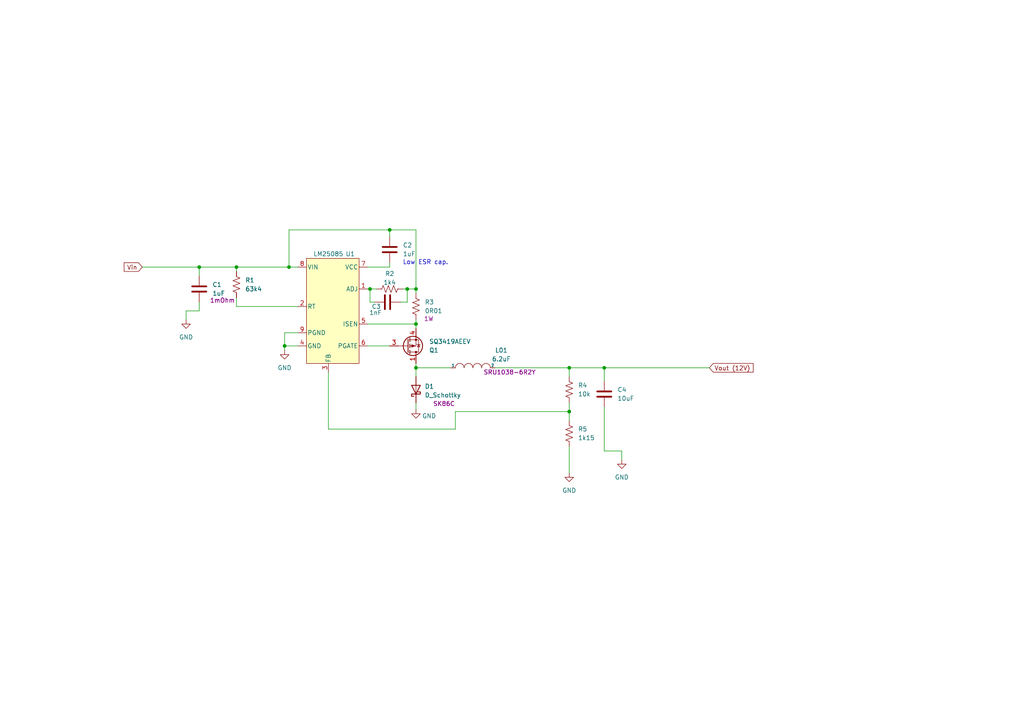
<source format=kicad_sch>
(kicad_sch
	(version 20250114)
	(generator "eeschema")
	(generator_version "9.0")
	(uuid "e63e39d7-6ac0-4ffd-8aa3-1841a4541b55")
	(paper "A4")
	(lib_symbols
		(symbol "Device:C"
			(pin_numbers
				(hide yes)
			)
			(pin_names
				(offset 0.254)
			)
			(exclude_from_sim no)
			(in_bom yes)
			(on_board yes)
			(property "Reference" "C"
				(at 0.635 2.54 0)
				(effects
					(font
						(size 1.27 1.27)
					)
					(justify left)
				)
			)
			(property "Value" "C"
				(at 0.635 -2.54 0)
				(effects
					(font
						(size 1.27 1.27)
					)
					(justify left)
				)
			)
			(property "Footprint" ""
				(at 0.9652 -3.81 0)
				(effects
					(font
						(size 1.27 1.27)
					)
					(hide yes)
				)
			)
			(property "Datasheet" "~"
				(at 0 0 0)
				(effects
					(font
						(size 1.27 1.27)
					)
					(hide yes)
				)
			)
			(property "Description" "Unpolarized capacitor"
				(at 0 0 0)
				(effects
					(font
						(size 1.27 1.27)
					)
					(hide yes)
				)
			)
			(property "ki_keywords" "cap capacitor"
				(at 0 0 0)
				(effects
					(font
						(size 1.27 1.27)
					)
					(hide yes)
				)
			)
			(property "ki_fp_filters" "C_*"
				(at 0 0 0)
				(effects
					(font
						(size 1.27 1.27)
					)
					(hide yes)
				)
			)
			(symbol "C_0_1"
				(polyline
					(pts
						(xy -2.032 0.762) (xy 2.032 0.762)
					)
					(stroke
						(width 0.508)
						(type default)
					)
					(fill
						(type none)
					)
				)
				(polyline
					(pts
						(xy -2.032 -0.762) (xy 2.032 -0.762)
					)
					(stroke
						(width 0.508)
						(type default)
					)
					(fill
						(type none)
					)
				)
			)
			(symbol "C_1_1"
				(pin passive line
					(at 0 3.81 270)
					(length 2.794)
					(name "~"
						(effects
							(font
								(size 1.27 1.27)
							)
						)
					)
					(number "1"
						(effects
							(font
								(size 1.27 1.27)
							)
						)
					)
				)
				(pin passive line
					(at 0 -3.81 90)
					(length 2.794)
					(name "~"
						(effects
							(font
								(size 1.27 1.27)
							)
						)
					)
					(number "2"
						(effects
							(font
								(size 1.27 1.27)
							)
						)
					)
				)
			)
			(embedded_fonts no)
		)
		(symbol "Device:D_Schottky"
			(pin_numbers
				(hide yes)
			)
			(pin_names
				(offset 1.016)
				(hide yes)
			)
			(exclude_from_sim no)
			(in_bom yes)
			(on_board yes)
			(property "Reference" "D"
				(at 0 2.54 0)
				(effects
					(font
						(size 1.27 1.27)
					)
				)
			)
			(property "Value" "D_Schottky"
				(at 0 -2.54 0)
				(effects
					(font
						(size 1.27 1.27)
					)
				)
			)
			(property "Footprint" ""
				(at 0 0 0)
				(effects
					(font
						(size 1.27 1.27)
					)
					(hide yes)
				)
			)
			(property "Datasheet" "~"
				(at 0 0 0)
				(effects
					(font
						(size 1.27 1.27)
					)
					(hide yes)
				)
			)
			(property "Description" "Schottky diode"
				(at 0 0 0)
				(effects
					(font
						(size 1.27 1.27)
					)
					(hide yes)
				)
			)
			(property "ki_keywords" "diode Schottky"
				(at 0 0 0)
				(effects
					(font
						(size 1.27 1.27)
					)
					(hide yes)
				)
			)
			(property "ki_fp_filters" "TO-???* *_Diode_* *SingleDiode* D_*"
				(at 0 0 0)
				(effects
					(font
						(size 1.27 1.27)
					)
					(hide yes)
				)
			)
			(symbol "D_Schottky_0_1"
				(polyline
					(pts
						(xy -1.905 0.635) (xy -1.905 1.27) (xy -1.27 1.27) (xy -1.27 -1.27) (xy -0.635 -1.27) (xy -0.635 -0.635)
					)
					(stroke
						(width 0.254)
						(type default)
					)
					(fill
						(type none)
					)
				)
				(polyline
					(pts
						(xy 1.27 1.27) (xy 1.27 -1.27) (xy -1.27 0) (xy 1.27 1.27)
					)
					(stroke
						(width 0.254)
						(type default)
					)
					(fill
						(type none)
					)
				)
				(polyline
					(pts
						(xy 1.27 0) (xy -1.27 0)
					)
					(stroke
						(width 0)
						(type default)
					)
					(fill
						(type none)
					)
				)
			)
			(symbol "D_Schottky_1_1"
				(pin passive line
					(at -3.81 0 0)
					(length 2.54)
					(name "K"
						(effects
							(font
								(size 1.27 1.27)
							)
						)
					)
					(number "1"
						(effects
							(font
								(size 1.27 1.27)
							)
						)
					)
				)
				(pin passive line
					(at 3.81 0 180)
					(length 2.54)
					(name "A"
						(effects
							(font
								(size 1.27 1.27)
							)
						)
					)
					(number "2"
						(effects
							(font
								(size 1.27 1.27)
							)
						)
					)
				)
			)
			(embedded_fonts no)
		)
		(symbol "Device:Q_PMOS_GDS"
			(pin_names
				(offset 0)
				(hide yes)
			)
			(exclude_from_sim no)
			(in_bom yes)
			(on_board yes)
			(property "Reference" "Q1"
				(at 6.35 -1.2701 0)
				(effects
					(font
						(size 1.27 1.27)
					)
					(justify left)
				)
			)
			(property "Value" "LM25085"
				(at 6.35 1.2699 0)
				(effects
					(font
						(size 1.27 1.27)
					)
					(justify left)
				)
			)
			(property "Footprint" "Package_SO:TSOP-6_1.65x3.05mm_P0.95mm"
				(at 2.54 -16.51 0)
				(effects
					(font
						(size 1.27 1.27)
					)
					(hide yes)
				)
			)
			(property "Datasheet" "~"
				(at 0 0 0)
				(effects
					(font
						(size 1.27 1.27)
					)
					(hide yes)
				)
			)
			(property "Description" ""
				(at 0 0 0)
				(effects
					(font
						(size 1.27 1.27)
					)
					(hide yes)
				)
			)
			(property "ki_keywords" "transistor PMOS P-MOS P-MOSFET"
				(at 0 0 0)
				(effects
					(font
						(size 1.27 1.27)
					)
					(hide yes)
				)
			)
			(symbol "Q_PMOS_GDS_0_1"
				(polyline
					(pts
						(xy 0.254 0) (xy -2.54 0)
					)
					(stroke
						(width 0)
						(type default)
					)
					(fill
						(type none)
					)
				)
				(polyline
					(pts
						(xy 0.254 -1.905) (xy 0.254 1.905)
					)
					(stroke
						(width 0.254)
						(type default)
					)
					(fill
						(type none)
					)
				)
				(polyline
					(pts
						(xy 0.762 1.27) (xy 0.762 2.286)
					)
					(stroke
						(width 0.254)
						(type default)
					)
					(fill
						(type none)
					)
				)
				(polyline
					(pts
						(xy 0.762 -0.508) (xy 0.762 0.508)
					)
					(stroke
						(width 0.254)
						(type default)
					)
					(fill
						(type none)
					)
				)
				(polyline
					(pts
						(xy 0.762 -1.778) (xy 3.302 -1.778) (xy 3.302 1.778) (xy 0.762 1.778)
					)
					(stroke
						(width 0)
						(type default)
					)
					(fill
						(type none)
					)
				)
				(polyline
					(pts
						(xy 0.762 -2.286) (xy 0.762 -1.27)
					)
					(stroke
						(width 0.254)
						(type default)
					)
					(fill
						(type none)
					)
				)
				(circle
					(center 1.651 0)
					(radius 2.794)
					(stroke
						(width 0.254)
						(type default)
					)
					(fill
						(type none)
					)
				)
				(polyline
					(pts
						(xy 2.286 0) (xy 1.27 -0.381) (xy 1.27 0.381) (xy 2.286 0)
					)
					(stroke
						(width 0)
						(type default)
					)
					(fill
						(type outline)
					)
				)
				(polyline
					(pts
						(xy 2.54 2.54) (xy 2.54 0) (xy 0.762 0)
					)
					(stroke
						(width 0)
						(type default)
					)
					(fill
						(type none)
					)
				)
				(circle
					(center 2.54 1.778)
					(radius 0.254)
					(stroke
						(width 0)
						(type default)
					)
					(fill
						(type outline)
					)
				)
				(circle
					(center 2.54 -1.778)
					(radius 0.254)
					(stroke
						(width 0)
						(type default)
					)
					(fill
						(type outline)
					)
				)
				(polyline
					(pts
						(xy 2.54 -2.54) (xy 2.54 -1.778)
					)
					(stroke
						(width 0)
						(type default)
					)
					(fill
						(type none)
					)
				)
				(polyline
					(pts
						(xy 2.794 0.508) (xy 2.921 0.381) (xy 3.683 0.381) (xy 3.81 0.254)
					)
					(stroke
						(width 0)
						(type default)
					)
					(fill
						(type none)
					)
				)
				(polyline
					(pts
						(xy 3.302 0.381) (xy 2.921 -0.254) (xy 3.683 -0.254) (xy 3.302 0.381)
					)
					(stroke
						(width 0)
						(type default)
					)
					(fill
						(type none)
					)
				)
			)
			(symbol "Q_PMOS_GDS_1_1"
				(pin input line
					(at -5.08 0 0)
					(length 2.54)
					(name "G"
						(effects
							(font
								(size 1.27 1.27)
							)
						)
					)
					(number "3"
						(effects
							(font
								(size 1.27 1.27)
							)
						)
					)
				)
				(pin passive line
					(at 2.54 5.08 270)
					(length 2.54)
					(name "S"
						(effects
							(font
								(size 1.27 1.27)
							)
						)
					)
					(number "4"
						(effects
							(font
								(size 1.27 1.27)
							)
						)
					)
				)
				(pin passive line
					(at 2.54 -5.08 90)
					(length 2.54)
					(name "D"
						(effects
							(font
								(size 1.27 1.27)
							)
						)
					)
					(number "1"
						(effects
							(font
								(size 1.27 1.27)
							)
						)
					)
				)
				(pin passive line
					(at 2.54 -5.08 90)
					(length 2.54)
					(hide yes)
					(name "D"
						(effects
							(font
								(size 1.27 1.27)
							)
						)
					)
					(number "2"
						(effects
							(font
								(size 1.27 1.27)
							)
						)
					)
				)
				(pin passive line
					(at 2.54 -5.08 90)
					(length 2.54)
					(hide yes)
					(name "D"
						(effects
							(font
								(size 1.27 1.27)
							)
						)
					)
					(number "5"
						(effects
							(font
								(size 1.27 1.27)
							)
						)
					)
				)
				(pin passive line
					(at 2.54 -5.08 90)
					(length 2.54)
					(hide yes)
					(name "D"
						(effects
							(font
								(size 1.27 1.27)
							)
						)
					)
					(number "6"
						(effects
							(font
								(size 1.27 1.27)
							)
						)
					)
				)
			)
			(embedded_fonts no)
		)
		(symbol "Device:R_US"
			(pin_numbers
				(hide yes)
			)
			(pin_names
				(offset 0)
			)
			(exclude_from_sim no)
			(in_bom yes)
			(on_board yes)
			(property "Reference" "R"
				(at 2.54 0 90)
				(effects
					(font
						(size 1.27 1.27)
					)
				)
			)
			(property "Value" "R_US"
				(at -2.54 0 90)
				(effects
					(font
						(size 1.27 1.27)
					)
				)
			)
			(property "Footprint" ""
				(at 1.016 -0.254 90)
				(effects
					(font
						(size 1.27 1.27)
					)
					(hide yes)
				)
			)
			(property "Datasheet" "~"
				(at 0 0 0)
				(effects
					(font
						(size 1.27 1.27)
					)
					(hide yes)
				)
			)
			(property "Description" "Resistor, US symbol"
				(at 0 0 0)
				(effects
					(font
						(size 1.27 1.27)
					)
					(hide yes)
				)
			)
			(property "ki_keywords" "R res resistor"
				(at 0 0 0)
				(effects
					(font
						(size 1.27 1.27)
					)
					(hide yes)
				)
			)
			(property "ki_fp_filters" "R_*"
				(at 0 0 0)
				(effects
					(font
						(size 1.27 1.27)
					)
					(hide yes)
				)
			)
			(symbol "R_US_0_1"
				(polyline
					(pts
						(xy 0 2.286) (xy 0 2.54)
					)
					(stroke
						(width 0)
						(type default)
					)
					(fill
						(type none)
					)
				)
				(polyline
					(pts
						(xy 0 2.286) (xy 1.016 1.905) (xy 0 1.524) (xy -1.016 1.143) (xy 0 0.762)
					)
					(stroke
						(width 0)
						(type default)
					)
					(fill
						(type none)
					)
				)
				(polyline
					(pts
						(xy 0 0.762) (xy 1.016 0.381) (xy 0 0) (xy -1.016 -0.381) (xy 0 -0.762)
					)
					(stroke
						(width 0)
						(type default)
					)
					(fill
						(type none)
					)
				)
				(polyline
					(pts
						(xy 0 -0.762) (xy 1.016 -1.143) (xy 0 -1.524) (xy -1.016 -1.905) (xy 0 -2.286)
					)
					(stroke
						(width 0)
						(type default)
					)
					(fill
						(type none)
					)
				)
				(polyline
					(pts
						(xy 0 -2.286) (xy 0 -2.54)
					)
					(stroke
						(width 0)
						(type default)
					)
					(fill
						(type none)
					)
				)
			)
			(symbol "R_US_1_1"
				(pin passive line
					(at 0 3.81 270)
					(length 1.27)
					(name "~"
						(effects
							(font
								(size 1.27 1.27)
							)
						)
					)
					(number "1"
						(effects
							(font
								(size 1.27 1.27)
							)
						)
					)
				)
				(pin passive line
					(at 0 -3.81 90)
					(length 1.27)
					(name "~"
						(effects
							(font
								(size 1.27 1.27)
							)
						)
					)
					(number "2"
						(effects
							(font
								(size 1.27 1.27)
							)
						)
					)
				)
			)
			(embedded_fonts no)
		)
		(symbol "Regulator_Linear:LP2987-3.0_SOIC8_VSSOP8"
			(pin_names
				(offset 0.254)
			)
			(exclude_from_sim no)
			(in_bom yes)
			(on_board yes)
			(property "Reference" "U1"
				(at 5.08 20.32 0)
				(effects
					(font
						(size 1.27 1.27)
					)
				)
			)
			(property "Value" "LM25085"
				(at -1.27 20.32 0)
				(effects
					(font
						(size 1.27 1.27)
					)
				)
			)
			(property "Footprint" "Package_SO:HVSSOP-8-1EP_3x3mm_P0.65mm_EP1.57x1.89mm_ThermalVias"
				(at 0 10.795 0)
				(effects
					(font
						(size 1.27 1.27)
						(italic yes)
					)
					(hide yes)
				)
			)
			(property "Datasheet" ""
				(at 1.27 -17.78 0)
				(effects
					(font
						(size 1.27 1.27)
					)
					(hide yes)
				)
			)
			(property "Description" ""
				(at 0 0 0)
				(effects
					(font
						(size 1.27 1.27)
					)
					(hide yes)
				)
			)
			(property "ki_keywords" "Linear LDO Regulator 200mA 5V"
				(at 0 0 0)
				(effects
					(font
						(size 1.27 1.27)
					)
					(hide yes)
				)
			)
			(property "ki_fp_filters" "MSOP*3x3mm*P0.65mm* SOIC*3.9x4.9mm*P1.27mm*"
				(at 0 0 0)
				(effects
					(font
						(size 1.27 1.27)
					)
					(hide yes)
				)
			)
			(symbol "LP2987-3.0_SOIC8_VSSOP8_0_1"
				(rectangle
					(start -7.62 19.05)
					(end 7.62 -11.43)
					(stroke
						(width 0)
						(type default)
					)
					(fill
						(type background)
					)
				)
			)
			(symbol "LP2987-3.0_SOIC8_VSSOP8_1_1"
				(pin power_in line
					(at -10.16 16.51 0)
					(length 2.54)
					(name "VIN"
						(effects
							(font
								(size 1.27 1.27)
							)
						)
					)
					(number "8"
						(effects
							(font
								(size 1.27 1.27)
							)
						)
					)
				)
				(pin input line
					(at -10.16 5.08 0)
					(length 2.54)
					(name "RT"
						(effects
							(font
								(size 1.27 1.27)
							)
						)
					)
					(number "2"
						(effects
							(font
								(size 1.27 1.27)
							)
						)
					)
				)
				(pin power_in line
					(at -10.16 -2.54 0)
					(length 2.54)
					(name "PGND"
						(effects
							(font
								(size 1.27 1.27)
							)
						)
					)
					(number "9"
						(effects
							(font
								(size 1.27 1.27)
							)
						)
					)
				)
				(pin power_in line
					(at -10.16 -6.35 0)
					(length 2.54)
					(name "GND"
						(effects
							(font
								(size 1.27 1.27)
							)
						)
					)
					(number "4"
						(effects
							(font
								(size 1.27 1.27)
							)
						)
					)
				)
				(pin input line
					(at -1.27 -13.97 90)
					(length 2.54)
					(name "FB"
						(effects
							(font
								(size 1.27 1.27)
							)
						)
					)
					(number "3"
						(effects
							(font
								(size 1.27 1.27)
							)
						)
					)
				)
				(pin output line
					(at 10.16 16.51 180)
					(length 2.54)
					(name "VCC"
						(effects
							(font
								(size 1.27 1.27)
							)
						)
					)
					(number "7"
						(effects
							(font
								(size 1.27 1.27)
							)
						)
					)
				)
				(pin output line
					(at 10.16 10.16 180)
					(length 2.54)
					(name "ADJ"
						(effects
							(font
								(size 1.27 1.27)
							)
						)
					)
					(number "1"
						(effects
							(font
								(size 1.27 1.27)
							)
						)
					)
				)
				(pin input line
					(at 10.16 0 180)
					(length 2.54)
					(name "ISEN"
						(effects
							(font
								(size 1.27 1.27)
							)
						)
					)
					(number "5"
						(effects
							(font
								(size 1.27 1.27)
							)
						)
					)
				)
				(pin input line
					(at 10.16 -6.35 180)
					(length 2.54)
					(name "PGATE"
						(effects
							(font
								(size 1.27 1.27)
							)
						)
					)
					(number "6"
						(effects
							(font
								(size 1.27 1.27)
							)
						)
					)
				)
			)
			(embedded_fonts no)
		)
		(symbol "power:GND"
			(power)
			(pin_names
				(offset 0)
			)
			(exclude_from_sim no)
			(in_bom yes)
			(on_board yes)
			(property "Reference" "#PWR"
				(at 0 -6.35 0)
				(effects
					(font
						(size 1.27 1.27)
					)
					(hide yes)
				)
			)
			(property "Value" "GND"
				(at 0 -3.81 0)
				(effects
					(font
						(size 1.27 1.27)
					)
				)
			)
			(property "Footprint" ""
				(at 0 0 0)
				(effects
					(font
						(size 1.27 1.27)
					)
					(hide yes)
				)
			)
			(property "Datasheet" ""
				(at 0 0 0)
				(effects
					(font
						(size 1.27 1.27)
					)
					(hide yes)
				)
			)
			(property "Description" "Power symbol creates a global label with name \"GND\" , ground"
				(at 0 0 0)
				(effects
					(font
						(size 1.27 1.27)
					)
					(hide yes)
				)
			)
			(property "ki_keywords" "power-flag"
				(at 0 0 0)
				(effects
					(font
						(size 1.27 1.27)
					)
					(hide yes)
				)
			)
			(symbol "GND_0_1"
				(polyline
					(pts
						(xy 0 0) (xy 0 -1.27) (xy 1.27 -1.27) (xy 0 -2.54) (xy -1.27 -1.27) (xy 0 -1.27)
					)
					(stroke
						(width 0)
						(type default)
					)
					(fill
						(type none)
					)
				)
			)
			(symbol "GND_1_1"
				(pin power_in line
					(at 0 0 270)
					(length 0)
					(hide yes)
					(name "GND"
						(effects
							(font
								(size 1.27 1.27)
							)
						)
					)
					(number "1"
						(effects
							(font
								(size 1.27 1.27)
							)
						)
					)
				)
			)
			(embedded_fonts no)
		)
		(symbol "pspice:INDUCTOR"
			(pin_numbers
				(hide yes)
			)
			(pin_names
				(offset 0)
			)
			(exclude_from_sim no)
			(in_bom yes)
			(on_board yes)
			(property "Reference" "L"
				(at 0 2.54 0)
				(effects
					(font
						(size 1.27 1.27)
					)
				)
			)
			(property "Value" "INDUCTOR"
				(at 0 -1.27 0)
				(effects
					(font
						(size 1.27 1.27)
					)
				)
			)
			(property "Footprint" ""
				(at 0 0 0)
				(effects
					(font
						(size 1.27 1.27)
					)
					(hide yes)
				)
			)
			(property "Datasheet" "~"
				(at 0 0 0)
				(effects
					(font
						(size 1.27 1.27)
					)
					(hide yes)
				)
			)
			(property "Description" "Inductor symbol for simulation only"
				(at 0 0 0)
				(effects
					(font
						(size 1.27 1.27)
					)
					(hide yes)
				)
			)
			(property "ki_keywords" "simulation"
				(at 0 0 0)
				(effects
					(font
						(size 1.27 1.27)
					)
					(hide yes)
				)
			)
			(symbol "INDUCTOR_0_1"
				(arc
					(start -5.08 0)
					(mid -3.81 1.2645)
					(end -2.54 0)
					(stroke
						(width 0)
						(type default)
					)
					(fill
						(type none)
					)
				)
				(arc
					(start -2.54 0)
					(mid -1.27 1.2645)
					(end 0 0)
					(stroke
						(width 0)
						(type default)
					)
					(fill
						(type none)
					)
				)
				(arc
					(start 0 0)
					(mid 1.27 1.2645)
					(end 2.54 0)
					(stroke
						(width 0)
						(type default)
					)
					(fill
						(type none)
					)
				)
				(arc
					(start 2.54 0)
					(mid 3.81 1.2645)
					(end 5.08 0)
					(stroke
						(width 0)
						(type default)
					)
					(fill
						(type none)
					)
				)
			)
			(symbol "INDUCTOR_1_1"
				(pin input line
					(at -6.35 0 0)
					(length 1.27)
					(name "1"
						(effects
							(font
								(size 0.762 0.762)
							)
						)
					)
					(number "1"
						(effects
							(font
								(size 0.762 0.762)
							)
						)
					)
				)
				(pin input line
					(at 6.35 0 180)
					(length 1.27)
					(name "2"
						(effects
							(font
								(size 0.762 0.762)
							)
						)
					)
					(number "2"
						(effects
							(font
								(size 0.762 0.762)
							)
						)
					)
				)
			)
			(embedded_fonts no)
		)
	)
	(text "Low ESR cap."
		(exclude_from_sim no)
		(at 123.444 76.2 0)
		(effects
			(font
				(size 1.27 1.27)
			)
		)
		(uuid "26cf371d-e3b4-4ab9-8c4e-83063581a718")
	)
	(junction
		(at 68.58 77.47)
		(diameter 0)
		(color 0 0 0 0)
		(uuid "23d673b3-4b49-46c0-bf75-60e59c946a76")
	)
	(junction
		(at 82.55 100.33)
		(diameter 0)
		(color 0 0 0 0)
		(uuid "26f1239c-e994-4bfc-8470-34133974ce5b")
	)
	(junction
		(at 120.65 93.98)
		(diameter 0)
		(color 0 0 0 0)
		(uuid "39425908-3e8d-42bb-b3bd-abdbfc81f66e")
	)
	(junction
		(at 83.82 77.47)
		(diameter 0)
		(color 0 0 0 0)
		(uuid "82d3af55-2330-46e9-ae2b-5ce56bc7ed43")
	)
	(junction
		(at 57.785 77.47)
		(diameter 0)
		(color 0 0 0 0)
		(uuid "86b5826e-631b-43c3-b77a-d5c61dc709fa")
	)
	(junction
		(at 175.26 106.68)
		(diameter 0)
		(color 0 0 0 0)
		(uuid "9cac9b76-c25a-4af2-b46c-5be66b8f1117")
	)
	(junction
		(at 165.1 106.68)
		(diameter 0)
		(color 0 0 0 0)
		(uuid "c69c2d29-2e7f-49f8-86fc-7b3273a1ab62")
	)
	(junction
		(at 118.11 83.82)
		(diameter 0)
		(color 0 0 0 0)
		(uuid "ca6fd14b-9173-450f-89ff-3144991ee13d")
	)
	(junction
		(at 107.315 83.82)
		(diameter 0)
		(color 0 0 0 0)
		(uuid "cf3daa39-65b2-48a6-8199-6572d9cb8a02")
	)
	(junction
		(at 165.1 119.38)
		(diameter 0)
		(color 0 0 0 0)
		(uuid "dd3af608-1556-4184-b0c6-a50bc4276b74")
	)
	(junction
		(at 113.03 66.675)
		(diameter 0)
		(color 0 0 0 0)
		(uuid "f132bbf9-2314-4d21-8d18-a606470fa9ed")
	)
	(junction
		(at 120.65 83.82)
		(diameter 0)
		(color 0 0 0 0)
		(uuid "f420c7b1-3b53-4274-bbc6-7a64b7dc3d4c")
	)
	(junction
		(at 120.65 106.68)
		(diameter 0)
		(color 0 0 0 0)
		(uuid "f4ac298b-bfbb-41ab-830b-78de65a18f44")
	)
	(wire
		(pts
			(xy 120.65 93.98) (xy 120.65 95.25)
		)
		(stroke
			(width 0)
			(type default)
		)
		(uuid "0041033f-e7de-413c-9f78-59c554b8a0fb")
	)
	(wire
		(pts
			(xy 116.205 87.63) (xy 118.11 87.63)
		)
		(stroke
			(width 0)
			(type default)
		)
		(uuid "00e73c51-366d-46be-81b0-9cc69aece0ba")
	)
	(wire
		(pts
			(xy 120.65 116.84) (xy 120.65 118.745)
		)
		(stroke
			(width 0)
			(type default)
		)
		(uuid "02974114-e6c2-44a2-8623-e561b93ee607")
	)
	(wire
		(pts
			(xy 95.25 107.95) (xy 95.25 124.46)
		)
		(stroke
			(width 0)
			(type default)
		)
		(uuid "07cd7510-8373-4e4b-b60e-f2221bf1fa77")
	)
	(wire
		(pts
			(xy 165.1 106.68) (xy 165.1 109.22)
		)
		(stroke
			(width 0)
			(type default)
		)
		(uuid "0abac0c3-3573-41eb-a261-66a7efdad980")
	)
	(wire
		(pts
			(xy 108.585 87.63) (xy 107.315 87.63)
		)
		(stroke
			(width 0)
			(type default)
		)
		(uuid "10624ef2-51a3-4338-b4ca-a28d721cd0dd")
	)
	(wire
		(pts
			(xy 180.34 130.81) (xy 180.34 133.35)
		)
		(stroke
			(width 0)
			(type default)
		)
		(uuid "1198c3be-3025-40f7-806a-898975043376")
	)
	(wire
		(pts
			(xy 57.785 77.47) (xy 68.58 77.47)
		)
		(stroke
			(width 0)
			(type default)
		)
		(uuid "175acc77-a620-4848-b022-7a08e0d2677d")
	)
	(wire
		(pts
			(xy 132.08 119.38) (xy 132.08 124.46)
		)
		(stroke
			(width 0)
			(type default)
		)
		(uuid "18d44bda-fe4a-40b2-8c5c-691048dce574")
	)
	(wire
		(pts
			(xy 82.55 100.33) (xy 82.55 101.6)
		)
		(stroke
			(width 0)
			(type default)
		)
		(uuid "19564ad4-b1b0-4f51-ba87-6607a8c926f9")
	)
	(wire
		(pts
			(xy 120.65 83.82) (xy 120.65 66.675)
		)
		(stroke
			(width 0)
			(type default)
		)
		(uuid "1c750069-9e7e-4b5c-83a2-a09fb2265f4a")
	)
	(wire
		(pts
			(xy 82.55 96.52) (xy 82.55 100.33)
		)
		(stroke
			(width 0)
			(type default)
		)
		(uuid "1edfc1d1-da48-44c8-9287-4ed5a4227447")
	)
	(wire
		(pts
			(xy 57.785 77.47) (xy 57.785 80.01)
		)
		(stroke
			(width 0)
			(type default)
		)
		(uuid "22434423-e877-4825-9af7-459782d0251f")
	)
	(wire
		(pts
			(xy 68.58 88.9) (xy 86.36 88.9)
		)
		(stroke
			(width 0)
			(type default)
		)
		(uuid "28833a3e-2dcf-4c50-9db5-46bc42302ffc")
	)
	(wire
		(pts
			(xy 120.65 106.68) (xy 120.65 109.22)
		)
		(stroke
			(width 0)
			(type default)
		)
		(uuid "2bd9c64c-7c35-45fd-b72c-d4497ecf6323")
	)
	(wire
		(pts
			(xy 120.65 105.41) (xy 120.65 106.68)
		)
		(stroke
			(width 0)
			(type default)
		)
		(uuid "3a89cb7f-387a-4754-a52c-48ad3603d1d0")
	)
	(wire
		(pts
			(xy 113.03 76.2) (xy 113.03 77.47)
		)
		(stroke
			(width 0)
			(type default)
		)
		(uuid "3aa63416-29d1-436c-a7df-d21b5eaf8fa7")
	)
	(wire
		(pts
			(xy 107.315 87.63) (xy 107.315 83.82)
		)
		(stroke
			(width 0)
			(type default)
		)
		(uuid "3f9eb63c-7e5e-4976-a4ac-9e92be9c525e")
	)
	(wire
		(pts
			(xy 68.58 77.47) (xy 68.58 78.74)
		)
		(stroke
			(width 0)
			(type default)
		)
		(uuid "3fb6f516-ea99-414b-ba3b-d8832e80d614")
	)
	(wire
		(pts
			(xy 106.68 83.82) (xy 107.315 83.82)
		)
		(stroke
			(width 0)
			(type default)
		)
		(uuid "4c258087-aed9-4072-839f-826b71a83743")
	)
	(wire
		(pts
			(xy 86.36 96.52) (xy 82.55 96.52)
		)
		(stroke
			(width 0)
			(type default)
		)
		(uuid "4cdf185d-7a68-45c2-90d9-5a51cad184e4")
	)
	(wire
		(pts
			(xy 106.68 77.47) (xy 113.03 77.47)
		)
		(stroke
			(width 0)
			(type default)
		)
		(uuid "4d042c83-04e2-463e-838c-e88a33b165d8")
	)
	(wire
		(pts
			(xy 68.58 77.47) (xy 83.82 77.47)
		)
		(stroke
			(width 0)
			(type default)
		)
		(uuid "55eb1f27-cb93-4a29-a175-a0e57fdd7140")
	)
	(wire
		(pts
			(xy 118.11 87.63) (xy 118.11 83.82)
		)
		(stroke
			(width 0)
			(type default)
		)
		(uuid "59d664c7-b9a1-4417-83d3-5de67d5d3dbc")
	)
	(wire
		(pts
			(xy 41.275 77.47) (xy 57.785 77.47)
		)
		(stroke
			(width 0)
			(type default)
		)
		(uuid "5b0c83c1-5fc5-4e82-aae2-15df04232182")
	)
	(wire
		(pts
			(xy 118.11 83.82) (xy 120.65 83.82)
		)
		(stroke
			(width 0)
			(type default)
		)
		(uuid "5cc6fdaa-efef-4532-bcd0-b862187110dd")
	)
	(wire
		(pts
			(xy 180.34 130.81) (xy 175.26 130.81)
		)
		(stroke
			(width 0)
			(type default)
		)
		(uuid "5d952704-4279-4a5d-9861-4e52edad0f27")
	)
	(wire
		(pts
			(xy 120.65 106.68) (xy 130.81 106.68)
		)
		(stroke
			(width 0)
			(type default)
		)
		(uuid "5e32d287-ca56-4a24-ae1f-de3c5610d5c1")
	)
	(wire
		(pts
			(xy 83.82 66.675) (xy 83.82 77.47)
		)
		(stroke
			(width 0)
			(type default)
		)
		(uuid "6396ee14-7812-4394-99cb-607582c0424b")
	)
	(wire
		(pts
			(xy 165.1 106.68) (xy 175.26 106.68)
		)
		(stroke
			(width 0)
			(type default)
		)
		(uuid "6d6af6d5-aaf1-4aa3-897f-9c26d67f68df")
	)
	(wire
		(pts
			(xy 120.65 83.82) (xy 120.65 85.09)
		)
		(stroke
			(width 0)
			(type default)
		)
		(uuid "7006e40a-e06d-4cec-88c5-6940e06c859e")
	)
	(wire
		(pts
			(xy 116.84 83.82) (xy 118.11 83.82)
		)
		(stroke
			(width 0)
			(type default)
		)
		(uuid "71264d74-b4b1-4c8a-8d58-bfb4dade974d")
	)
	(wire
		(pts
			(xy 83.82 77.47) (xy 86.36 77.47)
		)
		(stroke
			(width 0)
			(type default)
		)
		(uuid "734f90f8-d5d0-4087-9f0b-e5cba4e23535")
	)
	(wire
		(pts
			(xy 165.1 129.54) (xy 165.1 137.16)
		)
		(stroke
			(width 0)
			(type default)
		)
		(uuid "74f24e51-79c7-4fc5-98e5-2e4bead8a40a")
	)
	(wire
		(pts
			(xy 57.785 87.63) (xy 57.785 90.17)
		)
		(stroke
			(width 0)
			(type default)
		)
		(uuid "74f87857-7920-4315-98bd-efa67bdaeb75")
	)
	(wire
		(pts
			(xy 68.58 86.36) (xy 68.58 88.9)
		)
		(stroke
			(width 0)
			(type default)
		)
		(uuid "7da0ad21-02b8-44c1-9bdf-e692e5bfb382")
	)
	(wire
		(pts
			(xy 113.03 66.675) (xy 113.03 68.58)
		)
		(stroke
			(width 0)
			(type default)
		)
		(uuid "81b77100-63fc-4d26-810e-bea1cd438359")
	)
	(wire
		(pts
			(xy 83.82 66.675) (xy 113.03 66.675)
		)
		(stroke
			(width 0)
			(type default)
		)
		(uuid "821d80e2-f7d4-4f61-9b87-b900ed184697")
	)
	(wire
		(pts
			(xy 165.1 119.38) (xy 132.08 119.38)
		)
		(stroke
			(width 0)
			(type default)
		)
		(uuid "84ec781a-a498-4fc1-8215-dfa9573c234e")
	)
	(wire
		(pts
			(xy 175.26 130.81) (xy 175.26 118.11)
		)
		(stroke
			(width 0)
			(type default)
		)
		(uuid "85952eae-4917-4f2b-9e80-d77b9a8e05af")
	)
	(wire
		(pts
			(xy 106.68 100.33) (xy 113.03 100.33)
		)
		(stroke
			(width 0)
			(type default)
		)
		(uuid "994249d8-dd21-45b8-bbb7-dbd917cf1297")
	)
	(wire
		(pts
			(xy 165.1 116.84) (xy 165.1 119.38)
		)
		(stroke
			(width 0)
			(type default)
		)
		(uuid "9e142d10-c93a-4f9e-9274-d0aba9d8a49a")
	)
	(wire
		(pts
			(xy 132.08 124.46) (xy 95.25 124.46)
		)
		(stroke
			(width 0)
			(type default)
		)
		(uuid "9f9ebe8a-a329-4ac5-b34f-90ec4f80586e")
	)
	(wire
		(pts
			(xy 120.65 92.71) (xy 120.65 93.98)
		)
		(stroke
			(width 0)
			(type default)
		)
		(uuid "a07a58d0-3263-4cc1-b9ee-d3261b79271e")
	)
	(wire
		(pts
			(xy 175.26 110.49) (xy 175.26 106.68)
		)
		(stroke
			(width 0)
			(type default)
		)
		(uuid "a3fc61a0-a245-48ef-9d7f-8b7d066b7855")
	)
	(wire
		(pts
			(xy 82.55 100.33) (xy 86.36 100.33)
		)
		(stroke
			(width 0)
			(type default)
		)
		(uuid "cd03d48c-ef68-4c79-a3c0-a9778673ca76")
	)
	(wire
		(pts
			(xy 107.315 83.82) (xy 109.22 83.82)
		)
		(stroke
			(width 0)
			(type default)
		)
		(uuid "dcd1420b-0ba5-48b9-af34-f7763deca8bb")
	)
	(wire
		(pts
			(xy 113.03 66.675) (xy 120.65 66.675)
		)
		(stroke
			(width 0)
			(type default)
		)
		(uuid "df91a12e-1269-402a-8b4d-bb9b4b5d9357")
	)
	(wire
		(pts
			(xy 143.51 106.68) (xy 165.1 106.68)
		)
		(stroke
			(width 0)
			(type default)
		)
		(uuid "e128b90b-d180-45ee-ac4d-85c2e2e36e8b")
	)
	(wire
		(pts
			(xy 165.1 119.38) (xy 165.1 121.92)
		)
		(stroke
			(width 0)
			(type default)
		)
		(uuid "e536e663-ef3b-4845-8516-cc914d8d00aa")
	)
	(wire
		(pts
			(xy 175.26 106.68) (xy 205.74 106.68)
		)
		(stroke
			(width 0)
			(type default)
		)
		(uuid "eb5b787b-b475-4e7e-90f8-2b6e43aa860a")
	)
	(wire
		(pts
			(xy 53.975 90.17) (xy 53.975 92.71)
		)
		(stroke
			(width 0)
			(type default)
		)
		(uuid "f78e1a89-13dd-4c44-89fb-cbbaa324ef63")
	)
	(wire
		(pts
			(xy 106.68 93.98) (xy 120.65 93.98)
		)
		(stroke
			(width 0)
			(type default)
		)
		(uuid "fa75e992-7924-4857-b379-f5334f02c965")
	)
	(wire
		(pts
			(xy 53.975 90.17) (xy 57.785 90.17)
		)
		(stroke
			(width 0)
			(type default)
		)
		(uuid "fda7f453-6b4f-4834-9f13-fe22c42406b0")
	)
	(global_label "Vout (12V)"
		(shape input)
		(at 205.74 106.68 0)
		(fields_autoplaced yes)
		(effects
			(font
				(size 1.27 1.27)
			)
			(justify left)
		)
		(uuid "7c681c8f-b342-420e-a202-631f4154a960")
		(property "Intersheetrefs" "${INTERSHEET_REFS}"
			(at 218.4341 106.6006 0)
			(effects
				(font
					(size 1.27 1.27)
				)
				(justify left)
				(hide yes)
			)
		)
	)
	(global_label "Vin"
		(shape input)
		(at 41.275 77.47 180)
		(fields_autoplaced yes)
		(effects
			(font
				(size 1.27 1.27)
			)
			(justify right)
		)
		(uuid "ed815f46-25f6-4012-982c-e298075fe4e7")
		(property "Intersheetrefs" "${INTERSHEET_REFS}"
			(at 36.0195 77.3906 0)
			(effects
				(font
					(size 1.27 1.27)
				)
				(justify right)
				(hide yes)
			)
		)
	)
	(symbol
		(lib_id "Device:R_US")
		(at 120.65 88.9 0)
		(unit 1)
		(exclude_from_sim no)
		(in_bom yes)
		(on_board yes)
		(dnp no)
		(uuid "0213bd87-2ddf-4942-ab0d-94b726ac3e7c")
		(property "Reference" "R3"
			(at 123.19 87.6299 0)
			(effects
				(font
					(size 1.27 1.27)
				)
				(justify left)
			)
		)
		(property "Value" "0R01"
			(at 123.19 90.1699 0)
			(effects
				(font
					(size 1.27 1.27)
				)
				(justify left)
			)
		)
		(property "Footprint" "Resistor_SMD:R_1206_3216Metric_Pad1.30x1.75mm_HandSolder"
			(at 121.666 89.154 90)
			(effects
				(font
					(size 1.27 1.27)
				)
				(hide yes)
			)
		)
		(property "Datasheet" "~"
			(at 120.65 88.9 0)
			(effects
				(font
					(size 1.27 1.27)
				)
				(hide yes)
			)
		)
		(property "Description" "1W"
			(at 122.936 92.456 0)
			(effects
				(font
					(size 1.27 1.27)
				)
				(justify left)
			)
		)
		(property "LCSC Part #" "C2903499"
			(at 120.65 88.9 0)
			(effects
				(font
					(size 1.27 1.27)
				)
				(hide yes)
			)
		)
		(property "MFR Part #" "HoJLR1206-1W-10mR-1%"
			(at 120.65 88.9 0)
			(effects
				(font
					(size 1.27 1.27)
				)
				(hide yes)
			)
		)
		(pin "1"
			(uuid "36096e2b-7f21-4cf5-9966-c6029fc3bfd1")
		)
		(pin "2"
			(uuid "a7512e35-06f2-4a95-8334-044463dbf068")
		)
		(instances
			(project ""
				(path "/e63e39d7-6ac0-4ffd-8aa3-1841a4541b55"
					(reference "R3")
					(unit 1)
				)
			)
		)
	)
	(symbol
		(lib_id "power:GND")
		(at 165.1 137.16 0)
		(unit 1)
		(exclude_from_sim no)
		(in_bom yes)
		(on_board yes)
		(dnp no)
		(fields_autoplaced yes)
		(uuid "19740a87-e753-4e83-b070-84a967d4ea4b")
		(property "Reference" "#PWR0102"
			(at 165.1 143.51 0)
			(effects
				(font
					(size 1.27 1.27)
				)
				(hide yes)
			)
		)
		(property "Value" "GND"
			(at 165.1 142.24 0)
			(effects
				(font
					(size 1.27 1.27)
				)
			)
		)
		(property "Footprint" ""
			(at 165.1 137.16 0)
			(effects
				(font
					(size 1.27 1.27)
				)
				(hide yes)
			)
		)
		(property "Datasheet" ""
			(at 165.1 137.16 0)
			(effects
				(font
					(size 1.27 1.27)
				)
				(hide yes)
			)
		)
		(property "Description" ""
			(at 165.1 137.16 0)
			(effects
				(font
					(size 1.27 1.27)
				)
				(hide yes)
			)
		)
		(pin "1"
			(uuid "d83735dd-d140-4df7-bb79-aebc0beb7c90")
		)
		(instances
			(project ""
				(path "/e63e39d7-6ac0-4ffd-8aa3-1841a4541b55"
					(reference "#PWR0102")
					(unit 1)
				)
			)
		)
	)
	(symbol
		(lib_id "Device:C")
		(at 113.03 72.39 0)
		(unit 1)
		(exclude_from_sim no)
		(in_bom yes)
		(on_board yes)
		(dnp no)
		(uuid "27484801-685a-4886-91f5-f5873d9fd0f6")
		(property "Reference" "C2"
			(at 116.84 71.1199 0)
			(effects
				(font
					(size 1.27 1.27)
				)
				(justify left)
			)
		)
		(property "Value" "1uF"
			(at 116.84 73.6599 0)
			(effects
				(font
					(size 1.27 1.27)
				)
				(justify left)
			)
		)
		(property "Footprint" "Capacitor_SMD:C_0402_1005Metric_Pad0.74x0.62mm_HandSolder"
			(at 113.9952 76.2 0)
			(effects
				(font
					(size 1.27 1.27)
				)
				(hide yes)
			)
		)
		(property "Datasheet" "~"
			(at 113.03 72.39 0)
			(effects
				(font
					(size 1.27 1.27)
				)
				(hide yes)
			)
		)
		(property "Description" ""
			(at 113.03 72.39 0)
			(effects
				(font
					(size 1.27 1.27)
				)
				(hide yes)
			)
		)
		(property "LCSC Part #" "C1518208 "
			(at 113.03 72.39 0)
			(effects
				(font
					(size 1.27 1.27)
				)
				(hide yes)
			)
		)
		(property "MFR Part #" "GRM155R61H105KE05D"
			(at 113.03 72.39 0)
			(effects
				(font
					(size 1.27 1.27)
				)
				(hide yes)
			)
		)
		(pin "1"
			(uuid "19c8b37b-bed1-4ec7-9607-eaad64d46985")
		)
		(pin "2"
			(uuid "f78163c7-8249-4563-9768-54da1f8b762b")
		)
		(instances
			(project ""
				(path "/e63e39d7-6ac0-4ffd-8aa3-1841a4541b55"
					(reference "C2")
					(unit 1)
				)
			)
		)
	)
	(symbol
		(lib_id "power:GND")
		(at 180.34 133.35 0)
		(unit 1)
		(exclude_from_sim no)
		(in_bom yes)
		(on_board yes)
		(dnp no)
		(fields_autoplaced yes)
		(uuid "355b4e6c-44b7-45a9-bb3e-4755eca6986a")
		(property "Reference" "#PWR0101"
			(at 180.34 139.7 0)
			(effects
				(font
					(size 1.27 1.27)
				)
				(hide yes)
			)
		)
		(property "Value" "GND"
			(at 180.34 138.43 0)
			(effects
				(font
					(size 1.27 1.27)
				)
			)
		)
		(property "Footprint" ""
			(at 180.34 133.35 0)
			(effects
				(font
					(size 1.27 1.27)
				)
				(hide yes)
			)
		)
		(property "Datasheet" ""
			(at 180.34 133.35 0)
			(effects
				(font
					(size 1.27 1.27)
				)
				(hide yes)
			)
		)
		(property "Description" ""
			(at 180.34 133.35 0)
			(effects
				(font
					(size 1.27 1.27)
				)
				(hide yes)
			)
		)
		(pin "1"
			(uuid "daf51d36-3810-41f6-963a-48b60f118b06")
		)
		(instances
			(project ""
				(path "/e63e39d7-6ac0-4ffd-8aa3-1841a4541b55"
					(reference "#PWR0101")
					(unit 1)
				)
			)
		)
	)
	(symbol
		(lib_id "Device:Q_PMOS_GDS")
		(at 118.11 100.33 0)
		(unit 1)
		(exclude_from_sim no)
		(in_bom yes)
		(on_board yes)
		(dnp no)
		(fields_autoplaced yes)
		(uuid "3b3d4068-d490-477e-aa07-be6af62dac82")
		(property "Reference" "Q1"
			(at 124.46 101.6001 0)
			(effects
				(font
					(size 1.27 1.27)
				)
				(justify left)
			)
		)
		(property "Value" "SQ3419AEEV"
			(at 124.46 99.0601 0)
			(effects
				(font
					(size 1.27 1.27)
				)
				(justify left)
			)
		)
		(property "Footprint" "Package_SO:TSOP-6_1.65x3.05mm_P0.95mm"
			(at 120.65 116.84 0)
			(effects
				(font
					(size 1.27 1.27)
				)
				(hide yes)
			)
		)
		(property "Datasheet" "~"
			(at 118.11 100.33 0)
			(effects
				(font
					(size 1.27 1.27)
				)
				(hide yes)
			)
		)
		(property "Description" ""
			(at 118.11 100.33 0)
			(effects
				(font
					(size 1.27 1.27)
				)
				(hide yes)
			)
		)
		(property "LCSC Part #" "C2650243"
			(at 118.11 100.33 0)
			(effects
				(font
					(size 1.27 1.27)
				)
				(hide yes)
			)
		)
		(property "MFR Part #" "LM25085MY/NOPB"
			(at 118.11 100.33 0)
			(effects
				(font
					(size 1.27 1.27)
				)
				(hide yes)
			)
		)
		(pin "1"
			(uuid "13292a60-2c49-47b7-9468-ebf1a36b7873")
		)
		(pin "4"
			(uuid "ca524525-3b39-4a09-ab56-7483f8a64579")
		)
		(pin "3"
			(uuid "91b5721c-d279-41c8-8f7e-fa3f05f64b07")
		)
		(pin "5"
			(uuid "b562d109-fb3d-4f4b-bc82-f27fee4a6b65")
		)
		(pin "2"
			(uuid "46819d20-3b49-4152-b74a-db67d2f52290")
		)
		(pin "6"
			(uuid "6a9deffd-e33d-4912-bcb8-e7ea79e64ded")
		)
		(instances
			(project ""
				(path "/e63e39d7-6ac0-4ffd-8aa3-1841a4541b55"
					(reference "Q1")
					(unit 1)
				)
			)
		)
	)
	(symbol
		(lib_id "Device:C")
		(at 57.785 83.82 0)
		(unit 1)
		(exclude_from_sim no)
		(in_bom yes)
		(on_board yes)
		(dnp no)
		(uuid "43c02f16-92a3-4968-8ecc-b047e36b848e")
		(property "Reference" "C1"
			(at 61.595 82.5499 0)
			(effects
				(font
					(size 1.27 1.27)
				)
				(justify left)
			)
		)
		(property "Value" "1uF"
			(at 61.595 85.0899 0)
			(effects
				(font
					(size 1.27 1.27)
				)
				(justify left)
			)
		)
		(property "Footprint" "Capacitor_SMD:C_1210_3225Metric_Pad1.33x2.70mm_HandSolder"
			(at 58.7502 87.63 0)
			(effects
				(font
					(size 1.27 1.27)
				)
				(hide yes)
			)
		)
		(property "Datasheet" "~"
			(at 57.785 83.82 0)
			(effects
				(font
					(size 1.27 1.27)
				)
				(hide yes)
			)
		)
		(property "Description" "1mOhm"
			(at 64.516 87.122 0)
			(effects
				(font
					(size 1.27 1.27)
				)
			)
		)
		(property "LCSC Part #" "C577270 "
			(at 57.785 83.82 0)
			(effects
				(font
					(size 1.27 1.27)
				)
				(hide yes)
			)
		)
		(property "MFR Part #" "CC1210KKX7R0BB105"
			(at 57.785 83.82 0)
			(effects
				(font
					(size 1.27 1.27)
				)
				(hide yes)
			)
		)
		(pin "1"
			(uuid "f08ec721-c5b1-43fe-bf05-c6d847671e94")
		)
		(pin "2"
			(uuid "4b6c9969-b1e0-4ad9-8718-ec2be65c10c8")
		)
		(instances
			(project ""
				(path "/e63e39d7-6ac0-4ffd-8aa3-1841a4541b55"
					(reference "C1")
					(unit 1)
				)
			)
		)
	)
	(symbol
		(lib_id "Device:R_US")
		(at 68.58 82.55 0)
		(unit 1)
		(exclude_from_sim no)
		(in_bom yes)
		(on_board yes)
		(dnp no)
		(fields_autoplaced yes)
		(uuid "47d1be8c-88dc-4b0c-8bde-4358db195e68")
		(property "Reference" "R1"
			(at 71.12 81.2799 0)
			(effects
				(font
					(size 1.27 1.27)
				)
				(justify left)
			)
		)
		(property "Value" "63k4"
			(at 71.12 83.8199 0)
			(effects
				(font
					(size 1.27 1.27)
				)
				(justify left)
			)
		)
		(property "Footprint" "Resistor_SMD:R_0805_2012Metric_Pad1.20x1.40mm_HandSolder"
			(at 69.596 82.804 90)
			(effects
				(font
					(size 1.27 1.27)
				)
				(hide yes)
			)
		)
		(property "Datasheet" "~"
			(at 68.58 82.55 0)
			(effects
				(font
					(size 1.27 1.27)
				)
				(hide yes)
			)
		)
		(property "Description" ""
			(at 68.58 82.55 0)
			(effects
				(font
					(size 1.27 1.27)
				)
				(hide yes)
			)
		)
		(property "LCSC Part #" "C2933483"
			(at 68.58 82.55 0)
			(effects
				(font
					(size 1.27 1.27)
				)
				(hide yes)
			)
		)
		(property "MFR Part #" "FRC0805F6342TS"
			(at 68.58 82.55 0)
			(effects
				(font
					(size 1.27 1.27)
				)
				(hide yes)
			)
		)
		(pin "1"
			(uuid "dcbe04c2-4c15-4a57-b5fa-e0d3a2346196")
		)
		(pin "2"
			(uuid "ce5d9ff7-fa59-44d1-b207-190d465ce9bc")
		)
		(instances
			(project ""
				(path "/e63e39d7-6ac0-4ffd-8aa3-1841a4541b55"
					(reference "R1")
					(unit 1)
				)
			)
		)
	)
	(symbol
		(lib_id "Regulator_Linear:LP2987-3.0_SOIC8_VSSOP8")
		(at 96.52 93.98 0)
		(unit 1)
		(exclude_from_sim no)
		(in_bom yes)
		(on_board yes)
		(dnp no)
		(fields_autoplaced yes)
		(uuid "49486979-d7ce-412e-8fdf-81169c77b60d")
		(property "Reference" "U1"
			(at 101.6 73.66 0)
			(effects
				(font
					(size 1.27 1.27)
				)
			)
		)
		(property "Value" "LM25085"
			(at 95.25 73.66 0)
			(effects
				(font
					(size 1.27 1.27)
				)
			)
		)
		(property "Footprint" "Package_SO:HVSSOP-8-1EP_3x3mm_P0.65mm_EP1.57x1.89mm_ThermalVias"
			(at 96.52 83.185 0)
			(effects
				(font
					(size 1.27 1.27)
					(italic yes)
				)
				(hide yes)
			)
		)
		(property "Datasheet" ""
			(at 97.79 111.76 0)
			(effects
				(font
					(size 1.27 1.27)
				)
				(hide yes)
			)
		)
		(property "Description" ""
			(at 96.52 93.98 0)
			(effects
				(font
					(size 1.27 1.27)
				)
				(hide yes)
			)
		)
		(property "LCSC Part #" "C727535"
			(at 96.52 93.98 0)
			(effects
				(font
					(size 1.27 1.27)
				)
				(hide yes)
			)
		)
		(property "MFR Part #" "SQ3419AEEV-T1_GE3"
			(at 96.52 93.98 0)
			(effects
				(font
					(size 1.27 1.27)
				)
				(hide yes)
			)
		)
		(pin "1"
			(uuid "aedf7cb2-5d03-4c0b-bb4a-d6f37134f9b2")
		)
		(pin "2"
			(uuid "3efeaaf2-3243-430e-bca4-473b01f112a6")
		)
		(pin "3"
			(uuid "11572c74-ac2e-47a5-b0c9-f2a6b9f28179")
		)
		(pin "5"
			(uuid "aa621718-9297-4924-a2d5-3b469df7a0be")
		)
		(pin "4"
			(uuid "d0848dfe-e507-4fec-84af-3cd5ea810153")
		)
		(pin "6"
			(uuid "d7455bb5-7fde-4735-8cf2-aba027f71324")
		)
		(pin "7"
			(uuid "baaa7f8c-8a95-4dd1-b18c-15df57b99b16")
		)
		(pin "8"
			(uuid "2cc2c226-f1f1-45fc-9c92-7cc5fe84b195")
		)
		(pin "9"
			(uuid "7e657335-7392-4242-85a9-ca13d8270c4b")
		)
		(instances
			(project ""
				(path "/e63e39d7-6ac0-4ffd-8aa3-1841a4541b55"
					(reference "U1")
					(unit 1)
				)
			)
		)
	)
	(symbol
		(lib_id "power:GND")
		(at 82.55 101.6 0)
		(unit 1)
		(exclude_from_sim no)
		(in_bom yes)
		(on_board yes)
		(dnp no)
		(fields_autoplaced yes)
		(uuid "786fb31e-1e06-4065-a550-c696cdb61869")
		(property "Reference" "#PWR0104"
			(at 82.55 107.95 0)
			(effects
				(font
					(size 1.27 1.27)
				)
				(hide yes)
			)
		)
		(property "Value" "GND"
			(at 82.55 106.68 0)
			(effects
				(font
					(size 1.27 1.27)
				)
			)
		)
		(property "Footprint" ""
			(at 82.55 101.6 0)
			(effects
				(font
					(size 1.27 1.27)
				)
				(hide yes)
			)
		)
		(property "Datasheet" ""
			(at 82.55 101.6 0)
			(effects
				(font
					(size 1.27 1.27)
				)
				(hide yes)
			)
		)
		(property "Description" ""
			(at 82.55 101.6 0)
			(effects
				(font
					(size 1.27 1.27)
				)
				(hide yes)
			)
		)
		(pin "1"
			(uuid "9f5c49a2-42c6-45df-8798-f1042b971bac")
		)
		(instances
			(project ""
				(path "/e63e39d7-6ac0-4ffd-8aa3-1841a4541b55"
					(reference "#PWR0104")
					(unit 1)
				)
			)
		)
	)
	(symbol
		(lib_id "Device:C")
		(at 175.26 114.3 0)
		(unit 1)
		(exclude_from_sim no)
		(in_bom yes)
		(on_board yes)
		(dnp no)
		(fields_autoplaced yes)
		(uuid "9239c4cd-9451-4f62-ad5c-ea38a78639ca")
		(property "Reference" "C4"
			(at 179.07 113.0299 0)
			(effects
				(font
					(size 1.27 1.27)
				)
				(justify left)
			)
		)
		(property "Value" "10uF"
			(at 179.07 115.5699 0)
			(effects
				(font
					(size 1.27 1.27)
				)
				(justify left)
			)
		)
		(property "Footprint" "Capacitor_SMD:C_1206_3216Metric_Pad1.33x1.80mm_HandSolder"
			(at 176.2252 118.11 0)
			(effects
				(font
					(size 1.27 1.27)
				)
				(hide yes)
			)
		)
		(property "Datasheet" "~"
			(at 175.26 114.3 0)
			(effects
				(font
					(size 1.27 1.27)
				)
				(hide yes)
			)
		)
		(property "Description" ""
			(at 175.26 114.3 0)
			(effects
				(font
					(size 1.27 1.27)
				)
				(hide yes)
			)
		)
		(property "LCSC Part #" "C2158829"
			(at 175.26 114.3 0)
			(effects
				(font
					(size 1.27 1.27)
				)
				(hide yes)
			)
		)
		(property "MFR Part #" "TCJA106M025R0150E"
			(at 175.26 114.3 0)
			(effects
				(font
					(size 1.27 1.27)
				)
				(hide yes)
			)
		)
		(pin "1"
			(uuid "0f276cfc-dbfb-4634-b2bb-05d394d9e1da")
		)
		(pin "2"
			(uuid "e07190d0-3ee0-4317-b857-9fc8399b5e31")
		)
		(instances
			(project ""
				(path "/e63e39d7-6ac0-4ffd-8aa3-1841a4541b55"
					(reference "C4")
					(unit 1)
				)
			)
		)
	)
	(symbol
		(lib_id "Device:R_US")
		(at 165.1 125.73 0)
		(unit 1)
		(exclude_from_sim no)
		(in_bom yes)
		(on_board yes)
		(dnp no)
		(fields_autoplaced yes)
		(uuid "961b35a8-e51b-49ba-8f37-b3381846b557")
		(property "Reference" "R5"
			(at 167.64 124.4599 0)
			(effects
				(font
					(size 1.27 1.27)
				)
				(justify left)
			)
		)
		(property "Value" "1k15"
			(at 167.64 126.9999 0)
			(effects
				(font
					(size 1.27 1.27)
				)
				(justify left)
			)
		)
		(property "Footprint" "Resistor_SMD:R_0805_2012Metric_Pad1.20x1.40mm_HandSolder"
			(at 166.116 125.984 90)
			(effects
				(font
					(size 1.27 1.27)
				)
				(hide yes)
			)
		)
		(property "Datasheet" "~"
			(at 165.1 125.73 0)
			(effects
				(font
					(size 1.27 1.27)
				)
				(hide yes)
			)
		)
		(property "Description" ""
			(at 165.1 125.73 0)
			(effects
				(font
					(size 1.27 1.27)
				)
				(hide yes)
			)
		)
		(property "LCSC Part #" "C3016680"
			(at 165.1 125.73 0)
			(effects
				(font
					(size 1.27 1.27)
				)
				(hide yes)
			)
		)
		(property "MFR Part #" "SCR0805F1K15"
			(at 165.1 125.73 0)
			(effects
				(font
					(size 1.27 1.27)
				)
				(hide yes)
			)
		)
		(pin "1"
			(uuid "d1a98bfd-3310-4d52-8806-5ca3350da971")
		)
		(pin "2"
			(uuid "fe101898-fd4f-4864-a968-6cc355e252a9")
		)
		(instances
			(project ""
				(path "/e63e39d7-6ac0-4ffd-8aa3-1841a4541b55"
					(reference "R5")
					(unit 1)
				)
			)
		)
	)
	(symbol
		(lib_id "Device:R_US")
		(at 165.1 113.03 0)
		(unit 1)
		(exclude_from_sim no)
		(in_bom yes)
		(on_board yes)
		(dnp no)
		(fields_autoplaced yes)
		(uuid "a717761f-0600-47dc-86ca-cda43366ed8e")
		(property "Reference" "R4"
			(at 167.64 111.7599 0)
			(effects
				(font
					(size 1.27 1.27)
				)
				(justify left)
			)
		)
		(property "Value" "10k"
			(at 167.64 114.2999 0)
			(effects
				(font
					(size 1.27 1.27)
				)
				(justify left)
			)
		)
		(property "Footprint" "Resistor_SMD:R_0805_2012Metric_Pad1.20x1.40mm_HandSolder"
			(at 166.116 113.284 90)
			(effects
				(font
					(size 1.27 1.27)
				)
				(hide yes)
			)
		)
		(property "Datasheet" "~"
			(at 165.1 113.03 0)
			(effects
				(font
					(size 1.27 1.27)
				)
				(hide yes)
			)
		)
		(property "Description" ""
			(at 165.1 113.03 0)
			(effects
				(font
					(size 1.27 1.27)
				)
				(hide yes)
			)
		)
		(property "LCSC Part #" "C2930231"
			(at 165.1 113.03 0)
			(effects
				(font
					(size 1.27 1.27)
				)
				(hide yes)
			)
		)
		(property "MFR Part #" "FRC0805J103TS"
			(at 165.1 113.03 0)
			(effects
				(font
					(size 1.27 1.27)
				)
				(hide yes)
			)
		)
		(pin "1"
			(uuid "4b4eac9f-27c5-44c4-b95c-6f191ec0b447")
		)
		(pin "2"
			(uuid "d7cc9b46-c215-4449-acc4-06f853e76326")
		)
		(instances
			(project ""
				(path "/e63e39d7-6ac0-4ffd-8aa3-1841a4541b55"
					(reference "R4")
					(unit 1)
				)
			)
		)
	)
	(symbol
		(lib_id "power:GND")
		(at 53.975 92.71 0)
		(unit 1)
		(exclude_from_sim no)
		(in_bom yes)
		(on_board yes)
		(dnp no)
		(fields_autoplaced yes)
		(uuid "be861e1c-dc74-4abe-bd62-d62405ffcba5")
		(property "Reference" "#PWR0103"
			(at 53.975 99.06 0)
			(effects
				(font
					(size 1.27 1.27)
				)
				(hide yes)
			)
		)
		(property "Value" "GND"
			(at 53.975 97.79 0)
			(effects
				(font
					(size 1.27 1.27)
				)
			)
		)
		(property "Footprint" ""
			(at 53.975 92.71 0)
			(effects
				(font
					(size 1.27 1.27)
				)
				(hide yes)
			)
		)
		(property "Datasheet" ""
			(at 53.975 92.71 0)
			(effects
				(font
					(size 1.27 1.27)
				)
				(hide yes)
			)
		)
		(property "Description" ""
			(at 53.975 92.71 0)
			(effects
				(font
					(size 1.27 1.27)
				)
				(hide yes)
			)
		)
		(pin "1"
			(uuid "17088e8c-d3b5-426a-8672-68397807dc2d")
		)
		(instances
			(project ""
				(path "/e63e39d7-6ac0-4ffd-8aa3-1841a4541b55"
					(reference "#PWR0103")
					(unit 1)
				)
			)
		)
	)
	(symbol
		(lib_id "pspice:INDUCTOR")
		(at 137.16 106.68 0)
		(unit 1)
		(exclude_from_sim no)
		(in_bom yes)
		(on_board yes)
		(dnp no)
		(uuid "c00d12ef-23e0-4f98-af1b-01e35e947005")
		(property "Reference" "L01"
			(at 145.415 101.6 0)
			(effects
				(font
					(size 1.27 1.27)
				)
			)
		)
		(property "Value" "6.2uF"
			(at 145.415 104.14 0)
			(effects
				(font
					(size 1.27 1.27)
				)
			)
		)
		(property "Footprint" "Inductor_SMD:L_Bourns-SRU1028_10.0x10.0mm"
			(at 137.16 106.68 0)
			(effects
				(font
					(size 1.27 1.27)
				)
				(hide yes)
			)
		)
		(property "Datasheet" "~"
			(at 137.16 106.68 0)
			(effects
				(font
					(size 1.27 1.27)
				)
				(hide yes)
			)
		)
		(property "Description" "SRU1038-6R2Y"
			(at 147.828 107.95 0)
			(effects
				(font
					(size 1.27 1.27)
				)
			)
		)
		(property "LCSC Part #" "C7084591"
			(at 137.16 106.68 0)
			(effects
				(font
					(size 1.27 1.27)
				)
				(hide yes)
			)
		)
		(property "MFR Part #" "SRU1038-6R2Y"
			(at 137.16 106.68 0)
			(effects
				(font
					(size 1.27 1.27)
				)
				(hide yes)
			)
		)
		(pin "1"
			(uuid "2b13d968-6669-42ab-a240-185dbcba8e01")
		)
		(pin "2"
			(uuid "0809934e-7595-403b-a47f-0c8271565913")
		)
		(instances
			(project ""
				(path "/e63e39d7-6ac0-4ffd-8aa3-1841a4541b55"
					(reference "L01")
					(unit 1)
				)
			)
		)
	)
	(symbol
		(lib_id "Device:R_US")
		(at 113.03 83.82 90)
		(unit 1)
		(exclude_from_sim no)
		(in_bom yes)
		(on_board yes)
		(dnp no)
		(uuid "d2f70192-4b82-4425-98ab-ecb0dbb96770")
		(property "Reference" "R2"
			(at 113.03 79.375 90)
			(effects
				(font
					(size 1.27 1.27)
				)
			)
		)
		(property "Value" "1k4"
			(at 113.03 81.915 90)
			(effects
				(font
					(size 1.27 1.27)
				)
			)
		)
		(property "Footprint" "Resistor_SMD:R_0805_2012Metric_Pad1.20x1.40mm_HandSolder"
			(at 113.284 82.804 90)
			(effects
				(font
					(size 1.27 1.27)
				)
				(hide yes)
			)
		)
		(property "Datasheet" "~"
			(at 113.03 83.82 0)
			(effects
				(font
					(size 1.27 1.27)
				)
				(hide yes)
			)
		)
		(property "Description" ""
			(at 113.03 83.82 0)
			(effects
				(font
					(size 1.27 1.27)
				)
				(hide yes)
			)
		)
		(property "LCSC Part #" "C2930161"
			(at 113.03 83.82 90)
			(effects
				(font
					(size 1.27 1.27)
				)
				(hide yes)
			)
		)
		(property "MFR Part #" "FRC0805F1401TS"
			(at 113.03 83.82 90)
			(effects
				(font
					(size 1.27 1.27)
				)
				(hide yes)
			)
		)
		(pin "1"
			(uuid "4adf2615-5afa-4fc3-9b19-c36194611bde")
		)
		(pin "2"
			(uuid "420c910c-ed09-43ec-a95d-a72a566fe1ab")
		)
		(instances
			(project ""
				(path "/e63e39d7-6ac0-4ffd-8aa3-1841a4541b55"
					(reference "R2")
					(unit 1)
				)
			)
		)
	)
	(symbol
		(lib_id "Device:C")
		(at 112.395 87.63 90)
		(unit 1)
		(exclude_from_sim no)
		(in_bom yes)
		(on_board yes)
		(dnp no)
		(uuid "dfdd1a22-f9ec-40dc-9367-bb44a0ff7f54")
		(property "Reference" "C3"
			(at 110.49 88.9 90)
			(effects
				(font
					(size 1.27 1.27)
				)
				(justify left)
			)
		)
		(property "Value" "1nF"
			(at 110.744 90.678 90)
			(effects
				(font
					(size 1.27 1.27)
				)
				(justify left)
			)
		)
		(property "Footprint" "Capacitor_SMD:C_0402_1005Metric_Pad0.74x0.62mm_HandSolder"
			(at 116.205 86.6648 0)
			(effects
				(font
					(size 1.27 1.27)
				)
				(hide yes)
			)
		)
		(property "Datasheet" "~"
			(at 112.395 87.63 0)
			(effects
				(font
					(size 1.27 1.27)
				)
				(hide yes)
			)
		)
		(property "Description" ""
			(at 112.395 87.63 0)
			(effects
				(font
					(size 1.27 1.27)
				)
				(hide yes)
			)
		)
		(property "LCSC Part #" "C76947"
			(at 112.395 87.63 90)
			(effects
				(font
					(size 1.27 1.27)
				)
				(hide yes)
			)
		)
		(property "MFR Part #" "GRM1555C1H102JA01D"
			(at 112.395 87.63 90)
			(effects
				(font
					(size 1.27 1.27)
				)
				(hide yes)
			)
		)
		(pin "1"
			(uuid "0b49164a-f664-4416-9376-f85409d5563e")
		)
		(pin "2"
			(uuid "4be6b2e4-0d8b-4c48-a5ed-f0cc26b40a0f")
		)
		(instances
			(project ""
				(path "/e63e39d7-6ac0-4ffd-8aa3-1841a4541b55"
					(reference "C3")
					(unit 1)
				)
			)
		)
	)
	(symbol
		(lib_id "Device:D_Schottky")
		(at 120.65 113.03 90)
		(unit 1)
		(exclude_from_sim no)
		(in_bom yes)
		(on_board yes)
		(dnp no)
		(uuid "eab98dd6-b89d-4e25-92b6-94130b89765d")
		(property "Reference" "D1"
			(at 123.19 112.0774 90)
			(effects
				(font
					(size 1.27 1.27)
				)
				(justify right)
			)
		)
		(property "Value" "D_Schottky"
			(at 123.19 114.6174 90)
			(effects
				(font
					(size 1.27 1.27)
				)
				(justify right)
			)
		)
		(property "Footprint" "Diode_SMD:D_SMC"
			(at 120.65 113.03 0)
			(effects
				(font
					(size 1.27 1.27)
				)
				(hide yes)
			)
		)
		(property "Datasheet" "~"
			(at 120.65 113.03 0)
			(effects
				(font
					(size 1.27 1.27)
				)
				(hide yes)
			)
		)
		(property "Description" "SK86C"
			(at 128.778 117.094 90)
			(effects
				(font
					(size 1.27 1.27)
				)
			)
		)
		(property "LCSC Part #" "C64338"
			(at 120.65 113.03 90)
			(effects
				(font
					(size 1.27 1.27)
				)
				(hide yes)
			)
		)
		(property "MFR Part #" "SK86C"
			(at 120.65 113.03 90)
			(effects
				(font
					(size 1.27 1.27)
				)
				(hide yes)
			)
		)
		(pin "1"
			(uuid "e78aeb81-b564-4882-9c28-80661e5cf92e")
		)
		(pin "2"
			(uuid "a2f4c7e1-f53e-4aca-85f7-b42f59218465")
		)
		(instances
			(project ""
				(path "/e63e39d7-6ac0-4ffd-8aa3-1841a4541b55"
					(reference "D1")
					(unit 1)
				)
			)
		)
	)
	(symbol
		(lib_id "power:GND")
		(at 120.65 118.745 0)
		(unit 1)
		(exclude_from_sim no)
		(in_bom yes)
		(on_board yes)
		(dnp no)
		(uuid "f3a354b9-c854-4489-9dd7-9471ffdc8e74")
		(property "Reference" "#PWR0105"
			(at 120.65 125.095 0)
			(effects
				(font
					(size 1.27 1.27)
				)
				(hide yes)
			)
		)
		(property "Value" "GND"
			(at 124.46 120.65 0)
			(effects
				(font
					(size 1.27 1.27)
				)
			)
		)
		(property "Footprint" ""
			(at 120.65 118.745 0)
			(effects
				(font
					(size 1.27 1.27)
				)
				(hide yes)
			)
		)
		(property "Datasheet" ""
			(at 120.65 118.745 0)
			(effects
				(font
					(size 1.27 1.27)
				)
				(hide yes)
			)
		)
		(property "Description" ""
			(at 120.65 118.745 0)
			(effects
				(font
					(size 1.27 1.27)
				)
				(hide yes)
			)
		)
		(pin "1"
			(uuid "5868fbdf-e72a-4772-a92d-74c21946eafb")
		)
		(instances
			(project ""
				(path "/e63e39d7-6ac0-4ffd-8aa3-1841a4541b55"
					(reference "#PWR0105")
					(unit 1)
				)
			)
		)
	)
	(sheet_instances
		(path "/"
			(page "1")
		)
	)
	(embedded_fonts no)
)

</source>
